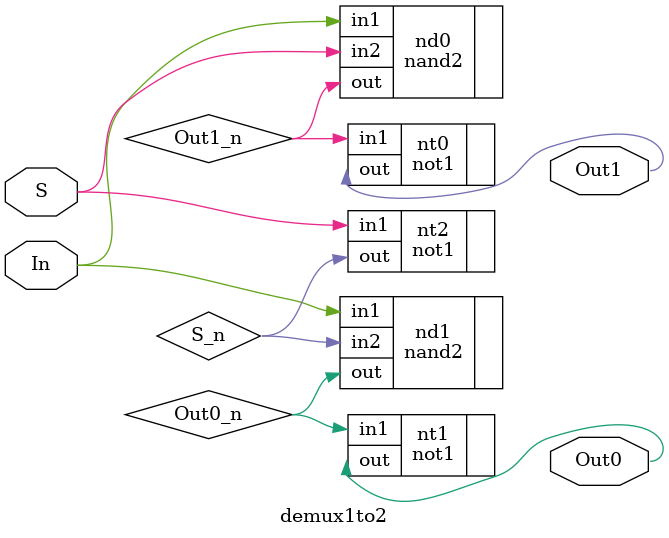
<source format=v>

module demux1to2(In, S, Out0, Out1);
	input        In;
	input        S;
	output Out0, Out1;
	
	wire S_n, Out0_n, Out1_n;
	
	not1 nt0(.in1(Out1_n), .out(Out1));
	not1 nt1(.in1(Out0_n), .out(Out0));	
	not1 nt2(.in1(S),      .out(S_n));
		
	nand2 nd0(.in1(In), .in2(S),   .out(Out1_n));
	nand2 nd1(.in1(In), .in2(S_n), .out(Out0_n));

endmodule

</source>
